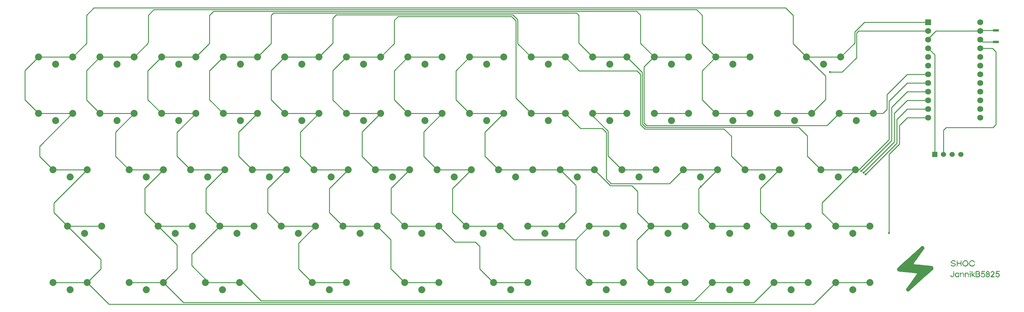
<source format=gtl>
G04 Layer: TopLayer*
G04 EasyEDA v6.5.5, 2022-08-01 21:55:59*
G04 dce6eb41c8b944d7b87ad0e2915b6228,d603b60474844c32a05bd641800ef4e1,10*
G04 Gerber Generator version 0.2*
G04 Scale: 100 percent, Rotated: No, Reflected: No *
G04 Dimensions in millimeters *
G04 leading zeros omitted , absolute positions ,4 integer and 5 decimal *
%FSLAX45Y45*%
%MOMM*%

%ADD10C,0.2540*%
%ADD11C,0.6100*%
%ADD12C,0.6096*%
%ADD13R,1.7000X0.8000*%
%ADD14C,2.0320*%
%ADD16C,1.5240*%
%ADD17C,1.7526*%
%ADD18R,1.7526X1.7526*%

%LPD*%
G36*
X27168246Y3183026D02*
G01*
X27115770Y3182213D01*
X26904797Y2993034D01*
X26806448Y2903982D01*
X26725626Y2831439D01*
X26618539Y2735732D01*
X26515060Y2642870D01*
X26441806Y2576372D01*
X26423213Y2559050D01*
X26396594Y2532430D01*
X26396594Y2485339D01*
X26433627Y2442210D01*
X26517549Y2432761D01*
X26605331Y2423972D01*
X26791970Y2406142D01*
X26867815Y2398471D01*
X26927860Y2391664D01*
X26954276Y2388209D01*
X26967840Y2386076D01*
X26971853Y2385263D01*
X26973784Y2384602D01*
X26982623Y2379167D01*
X26783487Y2104186D01*
X26659586Y1932178D01*
X26659586Y1903069D01*
X26693672Y1859737D01*
X26735176Y1859737D01*
X27212848Y2286762D01*
X27321510Y2384145D01*
X27404923Y2459888D01*
X27431593Y2484577D01*
X27445360Y2497886D01*
X27456841Y2512212D01*
X27456688Y2540914D01*
X27456180Y2546299D01*
X27454301Y2557322D01*
X27451507Y2567533D01*
X27449881Y2572004D01*
X27448103Y2575763D01*
X27439416Y2592019D01*
X27418131Y2600045D01*
X27412950Y2601264D01*
X27395932Y2604211D01*
X27371294Y2607614D01*
X27340712Y2611374D01*
X27305609Y2615184D01*
X27267712Y2618943D01*
X27187398Y2626309D01*
X27111756Y2633522D01*
X27043227Y2640330D01*
X26983842Y2646527D01*
X26935430Y2651912D01*
X26900022Y2656281D01*
X26879550Y2659380D01*
X26875181Y2660599D01*
X26875384Y2661615D01*
X26878838Y2667762D01*
X26886001Y2678938D01*
X26899615Y2699207D01*
X26930603Y2743911D01*
X26970380Y2800096D01*
X27123593Y3013100D01*
X27193849Y3111754D01*
X27193849Y3146501D01*
G37*
G36*
X28139034Y2773426D02*
G01*
X28139034Y2592222D01*
X28153766Y2583129D01*
X28158744Y2596083D01*
X28159710Y2599334D01*
X28160675Y2603652D01*
X28162250Y2614676D01*
X28163316Y2627731D01*
X28163672Y2641244D01*
X28163672Y2673451D01*
X28253182Y2673451D01*
X28258211Y2596642D01*
X28278785Y2589885D01*
X28278785Y2773426D01*
X28258211Y2766669D01*
X28253182Y2698089D01*
X28164637Y2698089D01*
X28159608Y2766669D01*
G37*
G36*
X28006802Y2772054D02*
G01*
X27966415Y2731719D01*
X27966415Y2706319D01*
X27998420Y2674366D01*
X28036164Y2668016D01*
X28060142Y2663393D01*
X28068524Y2661462D01*
X28081528Y2657500D01*
X28081528Y2623718D01*
X28040431Y2608072D01*
X28013863Y2618384D01*
X28009189Y2620721D01*
X28004566Y2623362D01*
X28000147Y2626207D01*
X27992324Y2632202D01*
X27989225Y2635199D01*
X27986837Y2638044D01*
X27977185Y2651252D01*
X27965653Y2632659D01*
X27983129Y2600045D01*
X28044495Y2581757D01*
X28088844Y2598724D01*
X28116276Y2640584D01*
X28090164Y2680411D01*
X27998267Y2699461D01*
X27988412Y2725115D01*
X28018892Y2747416D01*
X28054655Y2747416D01*
X28096768Y2714244D01*
X28108808Y2733649D01*
X28064155Y2772054D01*
G37*
G36*
X28392577Y2772054D02*
G01*
X28365043Y2772003D01*
X28338322Y2749194D01*
X28333700Y2744825D01*
X28325521Y2735935D01*
X28321965Y2731414D01*
X28318663Y2726791D01*
X28313126Y2717393D01*
X28310839Y2712567D01*
X28308858Y2707640D01*
X28307182Y2702661D01*
X28305810Y2697530D01*
X28304794Y2692349D01*
X28304032Y2687015D01*
X28303537Y2679496D01*
X28327654Y2679496D01*
X28336443Y2703169D01*
X28338881Y2709214D01*
X28341523Y2714853D01*
X28344368Y2719984D01*
X28347365Y2724658D01*
X28350565Y2728925D01*
X28353969Y2732735D01*
X28357576Y2736037D01*
X28361386Y2738932D01*
X28365399Y2741371D01*
X28369564Y2743352D01*
X28373933Y2744876D01*
X28378505Y2745943D01*
X28383230Y2746552D01*
X28388208Y2746705D01*
X28393339Y2746400D01*
X28398622Y2745638D01*
X28404159Y2744419D01*
X28409849Y2742742D01*
X28415742Y2740660D01*
X28442310Y2728722D01*
X28457804Y2684322D01*
X28449371Y2640076D01*
X28414827Y2615895D01*
X28363519Y2615895D01*
X28350870Y2630271D01*
X28345536Y2637231D01*
X28340405Y2645562D01*
X28335986Y2654198D01*
X28332938Y2662072D01*
X28327654Y2679496D01*
X28303537Y2679496D01*
X28303474Y2652877D01*
X28335528Y2600350D01*
X28399689Y2581148D01*
X28457499Y2608580D01*
X28486811Y2673604D01*
X28467405Y2738374D01*
X28420060Y2772054D01*
G37*
G36*
X28559455Y2772054D02*
G01*
X28510280Y2730703D01*
X28499612Y2667304D01*
X28524758Y2607106D01*
X28585210Y2581808D01*
X28626053Y2592070D01*
X28675584Y2641600D01*
X28657296Y2659888D01*
X28616554Y2615895D01*
X28559404Y2615895D01*
X28525317Y2659227D01*
X28525317Y2707081D01*
X28565703Y2747416D01*
X28583026Y2747416D01*
X28588512Y2747111D01*
X28594202Y2746248D01*
X28600095Y2744825D01*
X28605988Y2742996D01*
X28611830Y2740710D01*
X28617570Y2738069D01*
X28623006Y2735122D01*
X28628136Y2731922D01*
X28632759Y2728468D01*
X28636823Y2724912D01*
X28640227Y2721203D01*
X28642868Y2717444D01*
X28649422Y2706319D01*
X28661360Y2706319D01*
X28666439Y2706725D01*
X28669945Y2707944D01*
X28671977Y2710078D01*
X28672434Y2713177D01*
X28671316Y2717241D01*
X28668675Y2722422D01*
X28664458Y2728722D01*
X28658718Y2736189D01*
X28653841Y2741828D01*
X28648660Y2746959D01*
X28643224Y2751683D01*
X28637534Y2755900D01*
X28631591Y2759659D01*
X28625444Y2762910D01*
X28619043Y2765704D01*
X28612439Y2767990D01*
X28605632Y2769768D01*
X28598622Y2771038D01*
X28591408Y2771800D01*
X28584042Y2772054D01*
G37*
G36*
X28582772Y2460802D02*
G01*
X28577946Y2447848D01*
X28577184Y2442413D01*
X28576168Y2423922D01*
X28575812Y2390241D01*
X28576371Y2358440D01*
X28578759Y2278837D01*
X28595218Y2274824D01*
X28600349Y2328214D01*
X28607054Y2328214D01*
X28608883Y2327656D01*
X28611474Y2325928D01*
X28614674Y2323185D01*
X28622599Y2315210D01*
X28631642Y2304694D01*
X28658718Y2269286D01*
X28675533Y2286101D01*
X28624580Y2350414D01*
X28653841Y2378557D01*
X28662528Y2387904D01*
X28669132Y2396032D01*
X28671367Y2399334D01*
X28672789Y2401925D01*
X28673298Y2403754D01*
X28672840Y2406853D01*
X28671621Y2408986D01*
X28669589Y2410256D01*
X28666897Y2410612D01*
X28663544Y2410053D01*
X28659582Y2408732D01*
X28655060Y2406548D01*
X28650082Y2403551D01*
X28644646Y2399792D01*
X28638855Y2395321D01*
X28632759Y2390089D01*
X28599333Y2357882D01*
X28599333Y2450541D01*
G37*
G36*
X28871976Y2460498D02*
G01*
X28867963Y2453944D01*
X28867049Y2451709D01*
X28864712Y2442210D01*
X28862070Y2427630D01*
X28859378Y2409799D01*
X28852215Y2352903D01*
X28857549Y2352903D01*
X28861258Y2353970D01*
X28867404Y2356866D01*
X28875075Y2361133D01*
X28883508Y2366365D01*
X28904082Y2379878D01*
X28944519Y2361488D01*
X28944519Y2311450D01*
X28903066Y2292553D01*
X28854958Y2328062D01*
X28843274Y2309114D01*
X28887877Y2270709D01*
X28928822Y2270709D01*
X28969157Y2311044D01*
X28969157Y2368143D01*
X28924199Y2403500D01*
X28881679Y2397252D01*
X28888893Y2435098D01*
X28970528Y2435098D01*
X28963772Y2455621D01*
G37*
G36*
X29299408Y2460498D02*
G01*
X29295394Y2453944D01*
X29294429Y2451709D01*
X29292143Y2442210D01*
X29289451Y2427630D01*
X29286758Y2409799D01*
X29279596Y2352903D01*
X29284980Y2352903D01*
X29288587Y2353919D01*
X29294582Y2356713D01*
X29302049Y2360828D01*
X29310177Y2365908D01*
X29330040Y2378913D01*
X29362857Y2368499D01*
X29373017Y2336444D01*
X29362857Y2304440D01*
X29328922Y2293670D01*
X29282389Y2328062D01*
X29270655Y2309114D01*
X29315308Y2270709D01*
X29353256Y2270709D01*
X29396588Y2304796D01*
X29396588Y2368143D01*
X29351630Y2403500D01*
X29309060Y2397252D01*
X29316273Y2435098D01*
X29397960Y2435098D01*
X29391152Y2455621D01*
G37*
G36*
X28040431Y2459736D02*
G01*
X28040431Y2330043D01*
X28007462Y2291232D01*
X27967228Y2339848D01*
X27956459Y2311806D01*
X27965958Y2287016D01*
X28007513Y2268067D01*
X28047797Y2286406D01*
X28066187Y2354681D01*
X28054909Y2459736D01*
G37*
G36*
X28697427Y2459736D02*
G01*
X28693262Y2448864D01*
X28692449Y2445054D01*
X28691658Y2435098D01*
X28725672Y2435098D01*
X28732073Y2434691D01*
X28741065Y2433624D01*
X28751479Y2431999D01*
X28762147Y2430068D01*
X28787293Y2425039D01*
X28797097Y2399436D01*
X28790696Y2393442D01*
X28788664Y2392121D01*
X28781095Y2389124D01*
X28769919Y2385974D01*
X28756457Y2383028D01*
X28714395Y2376119D01*
X28714395Y2435098D01*
X28691658Y2435098D01*
X28691027Y2417267D01*
X28690874Y2388971D01*
X28691341Y2361133D01*
X28742487Y2361133D01*
X28754425Y2360726D01*
X28766160Y2359660D01*
X28776320Y2358085D01*
X28780384Y2357120D01*
X28783584Y2356104D01*
X28796589Y2351125D01*
X28796589Y2303576D01*
X28762553Y2303475D01*
X28750564Y2302713D01*
X28739439Y2301392D01*
X28730549Y2299614D01*
X28727400Y2298598D01*
X28714395Y2293620D01*
X28714395Y2361133D01*
X28691341Y2361133D01*
X28693821Y2274824D01*
X28768802Y2269947D01*
X28813302Y2286863D01*
X28831032Y2332329D01*
X28807359Y2374392D01*
X28819094Y2406294D01*
X28805225Y2443530D01*
X28783940Y2451658D01*
X28778962Y2453284D01*
X28773069Y2454808D01*
X28766465Y2456180D01*
X28751885Y2458364D01*
X28744367Y2459126D01*
X28737001Y2459583D01*
G37*
G36*
X29034181Y2459736D02*
G01*
X29008781Y2434234D01*
X29004463Y2429357D01*
X29000907Y2424836D01*
X28998214Y2420670D01*
X28996233Y2416606D01*
X28995065Y2412644D01*
X28994658Y2408631D01*
X28994912Y2404465D01*
X28995877Y2400096D01*
X28997554Y2395321D01*
X29001186Y2387549D01*
X29026713Y2387549D01*
X29026713Y2425496D01*
X29047236Y2432862D01*
X29076040Y2418080D01*
X29076040Y2407056D01*
X29075126Y2402027D01*
X29072687Y2396490D01*
X29069131Y2391156D01*
X29064762Y2386634D01*
X29053434Y2377287D01*
X29026713Y2387549D01*
X29001186Y2387549D01*
X29011778Y2367584D01*
X28993846Y2349601D01*
X28993846Y2312365D01*
X29018484Y2312365D01*
X29018484Y2327148D01*
X29018839Y2333802D01*
X29019906Y2339340D01*
X29021836Y2343810D01*
X29024732Y2347264D01*
X29028542Y2349855D01*
X29033520Y2351582D01*
X29039616Y2352598D01*
X29046982Y2352903D01*
X29064508Y2352903D01*
X29074364Y2343048D01*
X29078224Y2338374D01*
X29081323Y2332990D01*
X29083457Y2327605D01*
X29084270Y2322779D01*
X29084270Y2312365D01*
X29051351Y2294788D01*
X29018484Y2312365D01*
X28993846Y2312365D01*
X28993846Y2297226D01*
X29014115Y2283968D01*
X29018484Y2281326D01*
X29028085Y2276551D01*
X29037788Y2272995D01*
X29042309Y2271725D01*
X29046424Y2270963D01*
X29049980Y2270709D01*
X29065575Y2270709D01*
X29110432Y2305964D01*
X29104844Y2331466D01*
X29102761Y2344166D01*
X29101186Y2359761D01*
X29100221Y2376322D01*
X29100068Y2391867D01*
X29100830Y2426716D01*
X29067810Y2459736D01*
G37*
G36*
X29166413Y2459736D02*
G01*
X29133546Y2426868D01*
X29133546Y2402230D01*
X29142537Y2402230D01*
X29147211Y2403652D01*
X29153307Y2407615D01*
X29160063Y2413508D01*
X29166667Y2420721D01*
X29181856Y2439212D01*
X29211625Y2421077D01*
X29217264Y2383078D01*
X29133546Y2306167D01*
X29133546Y2270709D01*
X29249827Y2270709D01*
X29244391Y2299462D01*
X29173728Y2307691D01*
X29240429Y2368804D01*
X29240429Y2426208D01*
X29204412Y2459736D01*
G37*
G36*
X28530042Y2458059D02*
G01*
X28526232Y2456942D01*
X28522777Y2454452D01*
X28520593Y2451303D01*
X28518764Y2447036D01*
X28517545Y2442159D01*
X28517138Y2437231D01*
X28517138Y2425649D01*
X28545891Y2431186D01*
X28545891Y2442718D01*
X28545231Y2447290D01*
X28543503Y2451252D01*
X28540862Y2454402D01*
X28537560Y2456688D01*
X28533852Y2457958D01*
G37*
G36*
X28525368Y2411780D02*
G01*
X28520847Y2400046D01*
X28520237Y2397912D01*
X28519272Y2390952D01*
X28518612Y2380996D01*
X28518205Y2368600D01*
X28518154Y2354478D01*
X28518459Y2339289D01*
X28521253Y2274824D01*
X28545891Y2274824D01*
X28545891Y2404973D01*
G37*
G36*
X28124048Y2410409D02*
G01*
X28080055Y2358136D01*
X28088812Y2312365D01*
X28114396Y2312365D01*
X28114396Y2366060D01*
X28134106Y2385771D01*
X28168650Y2385771D01*
X28188361Y2366060D01*
X28188361Y2320391D01*
X28148381Y2294178D01*
X28114396Y2312365D01*
X28088812Y2312365D01*
X28089707Y2307691D01*
X28116326Y2284476D01*
X28121660Y2280513D01*
X28126740Y2277262D01*
X28131668Y2274722D01*
X28136443Y2272893D01*
X28141218Y2271776D01*
X28145994Y2271318D01*
X28150820Y2271522D01*
X28155747Y2272385D01*
X28160878Y2273960D01*
X28166263Y2276144D01*
X28171952Y2278938D01*
X28187345Y2287168D01*
X28192425Y2278938D01*
X28195015Y2275738D01*
X28198318Y2273147D01*
X28201874Y2271369D01*
X28205277Y2270709D01*
X28212999Y2270709D01*
X28212999Y2410409D01*
X28205480Y2410409D01*
X28202229Y2409596D01*
X28199029Y2407412D01*
X28196235Y2404160D01*
X28194152Y2400147D01*
X28190393Y2389886D01*
X28168650Y2410409D01*
G37*
G36*
X28237027Y2410409D02*
G01*
X28241802Y2276144D01*
X28262326Y2269337D01*
X28262326Y2343607D01*
X28278785Y2386838D01*
X28323946Y2381656D01*
X28332176Y2276094D01*
X28352750Y2269337D01*
X28352750Y2373884D01*
X28327146Y2410409D01*
X28310636Y2410409D01*
X28302965Y2409748D01*
X28294279Y2407920D01*
X28285694Y2405227D01*
X28278226Y2401925D01*
X28262326Y2393391D01*
X28262326Y2410409D01*
G37*
G36*
X28393593Y2410409D02*
G01*
X28389935Y2409545D01*
X28386328Y2407158D01*
X28383179Y2403652D01*
X28380842Y2399334D01*
X28380283Y2397302D01*
X28379369Y2390597D01*
X28378759Y2380843D01*
X28378454Y2368702D01*
X28378403Y2354834D01*
X28378759Y2339848D01*
X28381502Y2276144D01*
X28402026Y2269337D01*
X28402026Y2353970D01*
X28419044Y2385771D01*
X28459277Y2385771D01*
X28464306Y2362809D01*
X28466135Y2350719D01*
X28467812Y2335885D01*
X28469234Y2320137D01*
X28471926Y2276094D01*
X28492450Y2269337D01*
X28492450Y2373884D01*
X28466897Y2410409D01*
X28421787Y2410409D01*
X28402026Y2390698D01*
X28402026Y2410409D01*
G37*
D10*
X12999974Y3769868D02*
G01*
X13467841Y3302000D01*
X14071600Y3302000D01*
X14198600Y3175000D01*
X14198600Y2514600D01*
X14593316Y2119884D01*
X14800072Y2119884D01*
X15595600Y2120900D02*
G01*
X14595602Y2120900D01*
X2150109Y3769868D02*
G01*
X3124200Y2794000D01*
X3124200Y2519171D01*
X2724911Y2119884D01*
X6599936Y3769868D02*
G01*
X5778500Y2948431D01*
X5778500Y2616454D01*
X6275070Y2119884D01*
X27496998Y5873902D02*
G01*
X27496998Y8786901D01*
X27305000Y8978900D01*
X28829000Y8978900D02*
G01*
X29184600Y8978900D01*
X29286200Y8877300D01*
X29286200Y6743700D01*
X29197300Y6654800D01*
X27825700Y6654800D01*
X27749500Y6578600D01*
X27751024Y5874004D01*
X17500091Y7069836D02*
G01*
X17500091Y6998208D01*
X17945100Y6553200D01*
X17945100Y5824728D01*
X18349975Y5420105D01*
X17549875Y5420105D02*
G01*
X18016981Y4953000D01*
X18643600Y4953000D01*
X18808700Y4787900D01*
X18808700Y4161281D01*
X19199859Y3769868D01*
X16699991Y8720074D02*
G01*
X17101566Y8318500D01*
X18796000Y8318500D01*
X18897600Y8216900D01*
X18897600Y6743700D01*
X19024600Y6616700D01*
X21336000Y6616700D01*
X21551900Y6400800D01*
X21551900Y5818123D01*
X21949918Y5420105D01*
X19299936Y8720074D02*
G01*
X19286474Y8720074D01*
X18999200Y8432800D01*
X18999200Y6794500D01*
X19075400Y6718300D01*
X24348440Y6718300D01*
X24699975Y7069836D01*
X18499963Y8719972D02*
G01*
X18948400Y8271535D01*
X18948400Y6769100D01*
X19050000Y6667500D01*
X23520400Y6667500D01*
X23774400Y6413500D01*
X23774400Y5820537D01*
X24174958Y5419979D01*
X25174956Y5419979D02*
G01*
X25168479Y5419979D01*
X24206200Y4457700D01*
X24206200Y4163720D01*
X24599950Y3769969D01*
X20999958Y2119884D02*
G01*
X20467574Y1587500D01*
X7807452Y1587500D01*
X7275068Y2119884D01*
X2724988Y5419979D02*
G01*
X2724988Y5417388D01*
X1752600Y4445000D01*
X1752600Y4167352D01*
X2149983Y3769969D01*
X1724990Y5419979D02*
G01*
X1333500Y5811469D01*
X1333500Y6108700D01*
X2294763Y7069962D01*
X2299995Y7069962D01*
X27305000Y8216900D02*
G01*
X26695400Y8216900D01*
X26098500Y7620000D01*
X26098500Y7188200D01*
X25980130Y7069838D01*
X25699976Y7069838D01*
X25174958Y5420103D02*
G01*
X25282786Y5420090D01*
X26162000Y6299083D01*
X26162000Y7429500D01*
X26695400Y7962900D01*
X27305000Y7962900D01*
X25412700Y5334000D02*
G01*
X26314400Y6235700D01*
X26314400Y7073900D01*
X26695400Y7454900D01*
X27305000Y7454900D01*
X16699991Y7069836D02*
G01*
X17140427Y6629400D01*
X17780000Y6629400D01*
X17894300Y6515100D01*
X17894300Y5156200D01*
X18034000Y5016500D01*
X19746468Y5016500D01*
X20150074Y5420105D01*
X26162000Y3568700D02*
G01*
X26162000Y5867400D01*
X26466800Y6172200D01*
X26466800Y6718300D01*
X26695400Y6946900D01*
X27305000Y6946900D01*
X25349200Y5384800D02*
G01*
X26238200Y6273800D01*
X26238200Y7251700D01*
X26695400Y7708900D01*
X27305000Y7708900D01*
X25476200Y5283200D02*
G01*
X26390600Y6197600D01*
X26390600Y6896100D01*
X26695400Y7200900D01*
X27305000Y7200900D01*
X2724995Y2119985D02*
G01*
X1724995Y2119985D01*
X3149993Y3769982D02*
G01*
X2149995Y3769982D01*
X5799988Y3769982D02*
G01*
X4799990Y3769982D01*
X7274986Y2119985D02*
G01*
X6274986Y2119985D01*
X7599984Y3769982D02*
G01*
X6599986Y3769982D01*
X9399981Y3769982D02*
G01*
X8399983Y3769982D01*
X10299979Y2119985D02*
G01*
X9299981Y2119985D01*
X11199977Y3769982D02*
G01*
X10199979Y3769982D01*
X11999975Y2119985D02*
G01*
X12999974Y2119985D01*
X12999974Y3769982D02*
G01*
X11999975Y3769982D01*
X13799972Y3769982D02*
G01*
X14799970Y3769982D01*
X16599966Y3769982D02*
G01*
X15599968Y3769982D01*
X17399965Y3769982D02*
G01*
X18399963Y3769982D01*
X19199961Y3769982D02*
G01*
X20199959Y3769982D01*
X20199959Y2119985D02*
G01*
X19199961Y2119985D01*
X21999956Y2119985D02*
G01*
X20999958Y2119985D01*
X20999958Y3769982D02*
G01*
X21999956Y3769982D01*
X23799952Y2119985D02*
G01*
X22799954Y2119985D01*
X28829000Y9232900D02*
G01*
X28897404Y9164495D01*
X29286200Y9164495D01*
X28829000Y9486900D02*
G01*
X28846604Y9504504D01*
X29286200Y9504504D01*
X6699986Y8719972D02*
G01*
X7699984Y8719972D01*
X4899990Y8719972D02*
G01*
X5899988Y8719972D01*
X3099993Y8719972D02*
G01*
X4099991Y8719972D01*
X1299997Y8719972D02*
G01*
X2299995Y8719972D01*
X13899972Y8719972D02*
G01*
X14899970Y8719972D01*
X12099975Y8719972D02*
G01*
X13099973Y8719972D01*
X10299979Y8719972D02*
G01*
X11299977Y8719972D01*
X8499983Y8719972D02*
G01*
X9499981Y8719972D01*
X21099957Y8719972D02*
G01*
X22099955Y8719972D01*
X19299961Y8719972D02*
G01*
X20299959Y8719972D01*
X17499965Y8719972D02*
G01*
X18499963Y8719972D01*
X15699968Y8719972D02*
G01*
X16699966Y8719972D01*
X22899954Y7069975D02*
G01*
X23899952Y7069975D01*
X24699950Y7069975D02*
G01*
X25699948Y7069975D01*
X23749952Y8719972D02*
G01*
X24749950Y8719972D01*
X7549984Y5419979D02*
G01*
X8549982Y5419979D01*
X5749988Y5419979D02*
G01*
X6749986Y5419979D01*
X3949992Y5419979D02*
G01*
X4949990Y5419979D01*
X1724997Y5419979D02*
G01*
X2724995Y5419979D01*
X1299997Y7069975D02*
G01*
X2299995Y7069975D01*
X3099993Y7069975D02*
G01*
X4099991Y7069975D01*
X4899990Y7069975D02*
G01*
X5899988Y7069975D01*
X6699986Y7069975D02*
G01*
X7699984Y7069975D01*
X8499983Y7069975D02*
G01*
X9499981Y7069975D01*
X10299979Y7069975D02*
G01*
X11299977Y7069975D01*
X12099975Y7069975D02*
G01*
X13099973Y7069975D01*
X14749970Y5419979D02*
G01*
X15749968Y5419979D01*
X12949974Y5419979D02*
G01*
X13949972Y5419979D01*
X9349981Y5419979D02*
G01*
X10349979Y5419979D01*
X21949956Y5419979D02*
G01*
X22949954Y5419979D01*
X20149959Y5419979D02*
G01*
X21149957Y5419979D01*
X18349963Y5419979D02*
G01*
X19349961Y5419979D01*
X21099957Y7069975D02*
G01*
X22099955Y7069975D01*
X13899972Y7069975D02*
G01*
X14899970Y7069975D01*
X15699968Y7069975D02*
G01*
X16699966Y7069975D01*
X17499965Y7069975D02*
G01*
X18499963Y7069975D01*
X19299961Y7069975D02*
G01*
X20299959Y7069975D01*
X22799954Y3769982D02*
G01*
X23799952Y3769982D01*
X24599950Y2119985D02*
G01*
X25599948Y2119985D01*
X24599950Y3769982D02*
G01*
X25599948Y3769982D01*
X4949990Y2119985D02*
G01*
X3949992Y2119985D01*
X11149977Y5419979D02*
G01*
X12149975Y5419979D01*
X1299997Y8719972D02*
G01*
X901700Y8321675D01*
X901700Y7468260D01*
X1299997Y7069962D01*
X3099993Y8719972D02*
G01*
X2705100Y8325078D01*
X2705100Y7464856D01*
X3099993Y7069962D01*
X4099991Y7069962D02*
G01*
X3556000Y6525971D01*
X3556000Y5813958D01*
X3949979Y5419979D01*
X4950002Y5419979D02*
G01*
X4406900Y4876876D01*
X4406900Y4163060D01*
X4799990Y3769969D01*
X4799990Y3769969D02*
G01*
X5346700Y3223260D01*
X5346700Y2516682D01*
X4950002Y2119985D01*
X4899990Y8719972D02*
G01*
X4495800Y8315782D01*
X4495800Y7474153D01*
X4899990Y7069962D01*
X5899988Y7069962D02*
G01*
X5346700Y6516674D01*
X5346700Y5823280D01*
X5750001Y5419979D01*
X6750050Y5420105D02*
G01*
X6197600Y4867655D01*
X6197600Y4172457D01*
X6599936Y3769868D01*
X6699986Y8719972D02*
G01*
X6299200Y8319185D01*
X6299200Y7470749D01*
X6699986Y7069962D01*
X7699984Y7069962D02*
G01*
X7150100Y6520078D01*
X7150100Y5819876D01*
X7549997Y5419979D01*
X8549995Y5419979D02*
G01*
X8001000Y4870983D01*
X8001000Y4168952D01*
X8399983Y3769969D01*
X9400031Y3769868D02*
G01*
X8902700Y3272789D01*
X8902700Y2517139D01*
X9299956Y2119884D01*
X8499983Y8719972D02*
G01*
X8102600Y8322589D01*
X8102600Y7467345D01*
X8499983Y7069962D01*
X9499981Y7069962D02*
G01*
X8953500Y6523481D01*
X8953500Y5816472D01*
X9349993Y5419979D01*
X10349991Y5419979D02*
G01*
X9804400Y4874387D01*
X9804400Y4165549D01*
X10199979Y3769969D01*
X11199977Y3769969D02*
G01*
X11595100Y3374847D01*
X11595100Y2524861D01*
X11999975Y2119985D01*
X10299979Y8719972D02*
G01*
X9906000Y8325993D01*
X9906000Y7463942D01*
X10299979Y7069962D01*
X11299977Y7069962D02*
G01*
X10756900Y6526885D01*
X10756900Y5813069D01*
X11149990Y5419979D01*
X12149988Y5419979D02*
G01*
X11607800Y4877790D01*
X11607800Y4162145D01*
X11999975Y3769969D01*
X12099975Y8719972D02*
G01*
X11696700Y8316696D01*
X11696700Y7473238D01*
X12099975Y7069962D01*
X13100050Y7069836D02*
G01*
X12560300Y6530339D01*
X12560300Y5809742D01*
X12949936Y5420105D01*
X13949934Y5420105D02*
G01*
X13398500Y4868418D01*
X13398500Y4171442D01*
X13800074Y3769868D01*
X13899972Y8719972D02*
G01*
X13500100Y8320100D01*
X13500100Y7469835D01*
X13899972Y7069962D01*
X14899970Y7069962D02*
G01*
X14351000Y6520992D01*
X14351000Y5818962D01*
X14749983Y5419979D01*
X15749981Y5419979D02*
G01*
X16549979Y5419979D01*
X16549877Y5420105D02*
G01*
X17005300Y4964684D01*
X17005300Y4175252D01*
X16599916Y3769868D01*
X19199859Y3769868D02*
G01*
X18796000Y3366007D01*
X18796000Y2523997D01*
X19199859Y2119884D01*
X20660578Y4930612D02*
G01*
X20599400Y4869434D01*
X20599400Y4170426D01*
X20999958Y3769868D01*
X21150072Y5420105D02*
G01*
X20660578Y4930612D01*
X2299970Y8720074D02*
G01*
X2705100Y9125204D01*
X2705100Y9944100D01*
X2921000Y10160000D01*
X23139400Y10160000D01*
X23355300Y9944100D01*
X23355300Y9114536D01*
X23750016Y8720074D01*
X4100068Y8720074D02*
G01*
X4495800Y9115805D01*
X4495800Y9144000D01*
X4508500Y9156700D01*
X4508500Y9944100D01*
X4673600Y10109200D01*
X20535900Y10109200D01*
X20701000Y9944100D01*
X20701000Y9118854D01*
X21100034Y8720074D01*
X7700009Y8720074D02*
G01*
X8102600Y9122663D01*
X8102600Y9944100D01*
X8166100Y10007600D01*
X17030700Y10007600D01*
X17094200Y9944100D01*
X17094200Y9125712D01*
X17500091Y8720074D01*
X9499981Y8719972D02*
G01*
X9906000Y9125991D01*
X9906000Y9855200D01*
X10007600Y9956800D01*
X15163800Y9956800D01*
X15303500Y9817100D01*
X15303500Y9116440D01*
X15699968Y8719972D01*
X23750016Y8720074D02*
G01*
X24307800Y8162036D01*
X24307800Y7477760D01*
X23899875Y7069836D01*
X21099957Y8719972D02*
G01*
X20701000Y8321014D01*
X20701000Y7468920D01*
X21099957Y7069962D01*
X11299952Y8720074D02*
G01*
X11696700Y9116821D01*
X11696700Y9791700D01*
X11811000Y9906000D01*
X15125700Y9906000D01*
X15252700Y9779000D01*
X15252700Y7517129D01*
X15699993Y7069836D01*
X24749968Y8719969D02*
G01*
X25158700Y9128706D01*
X25158700Y9461500D01*
X25438100Y9740900D01*
X27305000Y9740900D01*
X27292300Y9245600D02*
G01*
X27533600Y9486900D01*
X28829000Y9486900D01*
X24174950Y5419979D02*
G01*
X25174950Y5419979D01*
X5899911Y8720074D02*
G01*
X6299200Y9119108D01*
X6299200Y9944100D01*
X6413500Y10058400D01*
X18783300Y10058400D01*
X18897600Y9944100D01*
X18897600Y9122410D01*
X19299936Y8720074D01*
X14799970Y3769969D02*
G01*
X15194534Y3375405D01*
X17005300Y3375405D01*
X17400016Y3769868D02*
G01*
X17005300Y3375405D01*
X17005300Y2514600D01*
X17400016Y2119884D01*
X24434800Y8280400D02*
G01*
X24790400Y8280400D01*
X25209500Y8699500D01*
X25209500Y9423400D01*
X25273000Y9486900D01*
X27305000Y9486900D01*
X18399963Y2119985D02*
G01*
X17399965Y2119985D01*
X22949966Y5419979D02*
G01*
X22402800Y4872812D01*
X22402800Y4167123D01*
X22799954Y3769969D01*
X16549966Y5419979D02*
G01*
X17549964Y5419979D01*
X24599900Y2119884D02*
G01*
X23965916Y1485900D01*
X3359150Y1485900D01*
X2724911Y2119884D01*
X22800056Y2119884D02*
G01*
X22216872Y1536700D01*
X5533390Y1536700D01*
X4949952Y2119884D01*
D13*
G01*
X29286200Y9504502D03*
G01*
X29286200Y9164497D03*
D14*
G01*
X19799960Y8509990D03*
G01*
X19299961Y8719972D03*
G01*
X20299959Y8719972D03*
G01*
X3599992Y8509990D03*
G01*
X3099993Y8719972D03*
G01*
X4099991Y8719972D03*
G01*
X5399989Y8509990D03*
G01*
X4899990Y8719972D03*
G01*
X5899988Y8719972D03*
G01*
X7199985Y8509990D03*
G01*
X6699986Y8719972D03*
G01*
X7699984Y8719972D03*
G01*
X8999981Y8509990D03*
G01*
X8499983Y8719972D03*
G01*
X9499981Y8719972D03*
G01*
X12599974Y8509990D03*
G01*
X12099975Y8719972D03*
G01*
X13099973Y8719972D03*
G01*
X14399971Y8509990D03*
G01*
X13899972Y8719972D03*
G01*
X14899970Y8719972D03*
G01*
X16199967Y8509990D03*
G01*
X15699968Y8719972D03*
G01*
X16699966Y8719972D03*
G01*
X17999963Y8509990D03*
G01*
X17499965Y8719972D03*
G01*
X18499963Y8719972D03*
G01*
X22449967Y5209997D03*
G01*
X21949968Y5419979D03*
G01*
X22949966Y5419979D03*
G01*
X17899964Y3559987D03*
G01*
X17399965Y3769969D03*
G01*
X18399963Y3769969D03*
G01*
X21599956Y8509990D03*
G01*
X21099957Y8719972D03*
G01*
X22099955Y8719972D03*
G01*
X19699960Y3559987D03*
G01*
X19199961Y3769969D03*
G01*
X20199959Y3769969D03*
G01*
X21499956Y3559987D03*
G01*
X20999958Y3769969D03*
G01*
X21999956Y3769969D03*
G01*
X20649971Y5209997D03*
G01*
X20149972Y5419979D03*
G01*
X21149970Y5419979D03*
G01*
X4450003Y5209997D03*
G01*
X3949979Y5419979D03*
G01*
X4950002Y5419979D03*
G01*
X6675005Y1910003D03*
G01*
X6175006Y2119985D03*
G01*
X7175004Y2119985D03*
G01*
X17899964Y1910003D03*
G01*
X17399965Y2119985D03*
G01*
X18399963Y2119985D03*
G01*
X12499975Y3559987D03*
G01*
X11999975Y3769969D03*
G01*
X12999974Y3769969D03*
G01*
X24249964Y8509990D03*
G01*
X23749965Y8719972D03*
G01*
X24749963Y8719972D03*
G01*
X8899982Y3559987D03*
G01*
X8399983Y3769969D03*
G01*
X9399981Y3769969D03*
G01*
X2224989Y5209997D03*
G01*
X1724990Y5419979D03*
G01*
X2724988Y5419979D03*
G01*
X2224986Y1910003D03*
G01*
X1724987Y2119985D03*
G01*
X2724988Y2119985D03*
G01*
X19699960Y1910003D03*
G01*
X19199961Y2119985D03*
G01*
X20199959Y2119985D03*
G01*
X8049996Y5209997D03*
G01*
X7549997Y5419979D03*
G01*
X8549995Y5419979D03*
G01*
X23299953Y1910003D03*
G01*
X22799954Y2119985D03*
G01*
X23799952Y2119985D03*
G01*
X7199985Y6859981D03*
G01*
X6699986Y7069962D03*
G01*
X7699984Y7069962D03*
G01*
X24674956Y5209997D03*
G01*
X24174958Y5419979D03*
G01*
X25174956Y5419979D03*
G01*
X1799996Y8509990D03*
G01*
X1299997Y8719972D03*
G01*
X2299995Y8719972D03*
G01*
X9849993Y5209997D03*
G01*
X9349993Y5419979D03*
G01*
X10349991Y5419979D03*
G01*
X12499975Y1910003D03*
G01*
X11999975Y2119985D03*
G01*
X12999974Y2119985D03*
G01*
X11649989Y5209997D03*
G01*
X11149990Y5419979D03*
G01*
X12149988Y5419979D03*
G01*
X13449985Y5209997D03*
G01*
X12949986Y5419979D03*
G01*
X13949984Y5419979D03*
G01*
X16199967Y6859981D03*
G01*
X15699968Y7069962D03*
G01*
X16699966Y7069962D03*
G01*
X15249982Y5209997D03*
G01*
X14749983Y5419979D03*
G01*
X15749981Y5419979D03*
G01*
X17049978Y5209997D03*
G01*
X16549979Y5419979D03*
G01*
X17549977Y5419979D03*
G01*
X18849975Y5209997D03*
G01*
X18349975Y5419979D03*
G01*
X19349974Y5419979D03*
G01*
X21499956Y1910003D03*
G01*
X20999958Y2119985D03*
G01*
X21999956Y2119985D03*
G01*
X16099967Y3559987D03*
G01*
X15599968Y3769969D03*
G01*
X16599966Y3769969D03*
G01*
X14299971Y3559987D03*
G01*
X13799972Y3769969D03*
G01*
X14799970Y3769969D03*
G01*
X17999963Y6859981D03*
G01*
X17499965Y7069962D03*
G01*
X18499963Y7069962D03*
G01*
X19799960Y6859981D03*
G01*
X19299961Y7069962D03*
G01*
X20299959Y7069962D03*
G01*
X3599992Y6859981D03*
G01*
X3099993Y7069962D03*
G01*
X4099991Y7069962D03*
G01*
X8999981Y6859981D03*
G01*
X8499983Y7069962D03*
G01*
X9499981Y7069962D03*
G01*
X25099949Y1910003D03*
G01*
X24599950Y2119985D03*
G01*
X25599948Y2119985D03*
G01*
X6250000Y5209997D03*
G01*
X5750001Y5419979D03*
G01*
X6749999Y5419979D03*
G01*
X2650007Y3559987D03*
G01*
X2149983Y3769969D03*
G01*
X3150006Y3769969D03*
G01*
X25099949Y3559987D03*
G01*
X24599950Y3769969D03*
G01*
X25599948Y3769969D03*
G01*
X9799980Y1910003D03*
G01*
X9299981Y2119985D03*
G01*
X10299979Y2119985D03*
G01*
X15099964Y1910003D03*
G01*
X14599965Y2119985D03*
G01*
X15599963Y2119985D03*
G01*
X10799978Y6859981D03*
G01*
X10299979Y7069962D03*
G01*
X11299977Y7069962D03*
G01*
X1799996Y6859981D03*
G01*
X1299997Y7069962D03*
G01*
X2299995Y7069962D03*
G01*
X14399971Y6859981D03*
G01*
X13899972Y7069962D03*
G01*
X14899970Y7069962D03*
G01*
X23299953Y3559987D03*
G01*
X22799954Y3769969D03*
G01*
X23799952Y3769969D03*
G01*
X10699978Y3559987D03*
G01*
X10199979Y3769969D03*
G01*
X11199977Y3769969D03*
G01*
X5399989Y6859981D03*
G01*
X4899990Y7069962D03*
G01*
X5899988Y7069962D03*
G01*
X4450003Y1910003D03*
G01*
X3949979Y2119985D03*
G01*
X4950002Y2119985D03*
G01*
X7099985Y3559987D03*
G01*
X6599986Y3769969D03*
G01*
X7599984Y3769969D03*
G01*
X5299989Y3559987D03*
G01*
X4799990Y3769969D03*
G01*
X5799988Y3769969D03*
G01*
X12599974Y6859981D03*
G01*
X12099975Y7069962D03*
G01*
X13099973Y7069962D03*
G01*
X25199949Y6859981D03*
G01*
X24699950Y7069962D03*
G01*
X25699948Y7069962D03*
G01*
X21599956Y6859981D03*
G01*
X21099957Y7069962D03*
G01*
X22099955Y7069962D03*
G01*
X23399953Y6859981D03*
G01*
X22899954Y7069962D03*
G01*
X23899952Y7069962D03*
G01*
X10799978Y8509990D03*
G01*
X10299979Y8719972D03*
G01*
X11299977Y8719972D03*
G36*
X27420785Y5950104D02*
G01*
X27573185Y5950104D01*
X27573185Y5797704D01*
X27420785Y5797704D01*
G37*
D16*
G01*
X27750998Y5873978D03*
G01*
X28004998Y5873978D03*
G01*
X28258998Y5873978D03*
D17*
G01*
X28829000Y9740900D03*
G01*
X27305000Y6946900D03*
G01*
X28829000Y9486900D03*
G01*
X28829000Y9232900D03*
G01*
X28829000Y8978900D03*
G01*
X28829000Y8724900D03*
G01*
X28829000Y8470900D03*
G01*
X28829000Y8216900D03*
G01*
X28829000Y7962900D03*
G01*
X28829000Y7708900D03*
G01*
X28829000Y7454900D03*
G01*
X28829000Y7200900D03*
G01*
X28829000Y6946900D03*
G01*
X27305000Y7200900D03*
G01*
X27305000Y7454900D03*
G01*
X27305000Y7708900D03*
G01*
X27305000Y7962900D03*
G01*
X27305000Y8216900D03*
G01*
X27305000Y8470900D03*
G01*
X27305000Y8724900D03*
G01*
X27305000Y8978900D03*
G01*
X27305000Y9232900D03*
G01*
X27305000Y9486900D03*
D18*
G01*
X27305000Y9740900D03*
D11*
G01*
X24434800Y8280400D03*
D12*
G01*
X20660588Y4930622D03*
D11*
G01*
X25349200Y5384800D03*
G01*
X25412700Y5334000D03*
D12*
G01*
X25476200Y5283200D03*
G01*
X26162000Y3568700D03*
M02*

</source>
